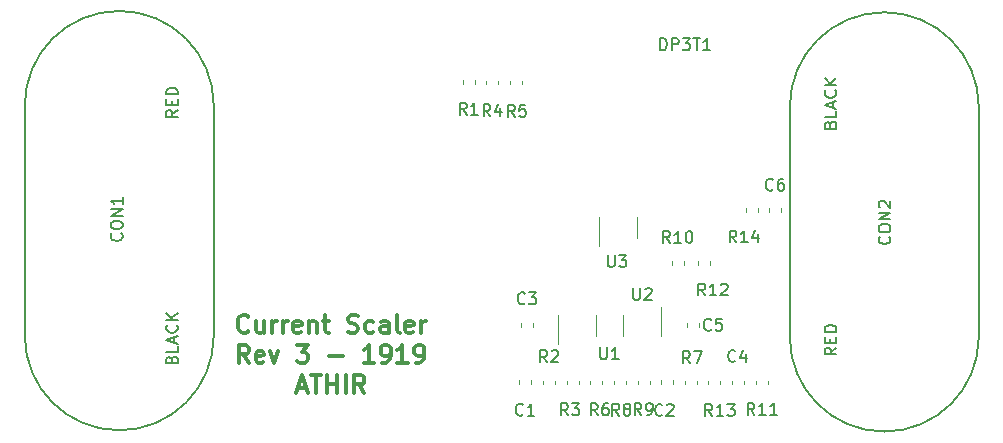
<source format=gto>
G04 #@! TF.GenerationSoftware,KiCad,Pcbnew,(5.1.0)-1*
G04 #@! TF.CreationDate,2019-05-10T18:55:54+02:00*
G04 #@! TF.ProjectId,currentscaler,63757272-656e-4747-9363-616c65722e6b,rev?*
G04 #@! TF.SameCoordinates,Original*
G04 #@! TF.FileFunction,Legend,Top*
G04 #@! TF.FilePolarity,Positive*
%FSLAX46Y46*%
G04 Gerber Fmt 4.6, Leading zero omitted, Abs format (unit mm)*
G04 Created by KiCad (PCBNEW (5.1.0)-1) date 2019-05-10 18:55:54*
%MOMM*%
%LPD*%
G04 APERTURE LIST*
%ADD10C,0.300000*%
%ADD11C,0.150000*%
%ADD12C,0.120000*%
G04 APERTURE END LIST*
D10*
X114400000Y-118485714D02*
X114328571Y-118557142D01*
X114114285Y-118628571D01*
X113971428Y-118628571D01*
X113757142Y-118557142D01*
X113614285Y-118414285D01*
X113542857Y-118271428D01*
X113471428Y-117985714D01*
X113471428Y-117771428D01*
X113542857Y-117485714D01*
X113614285Y-117342857D01*
X113757142Y-117200000D01*
X113971428Y-117128571D01*
X114114285Y-117128571D01*
X114328571Y-117200000D01*
X114400000Y-117271428D01*
X115685714Y-117628571D02*
X115685714Y-118628571D01*
X115042857Y-117628571D02*
X115042857Y-118414285D01*
X115114285Y-118557142D01*
X115257142Y-118628571D01*
X115471428Y-118628571D01*
X115614285Y-118557142D01*
X115685714Y-118485714D01*
X116400000Y-118628571D02*
X116400000Y-117628571D01*
X116400000Y-117914285D02*
X116471428Y-117771428D01*
X116542857Y-117700000D01*
X116685714Y-117628571D01*
X116828571Y-117628571D01*
X117328571Y-118628571D02*
X117328571Y-117628571D01*
X117328571Y-117914285D02*
X117400000Y-117771428D01*
X117471428Y-117700000D01*
X117614285Y-117628571D01*
X117757142Y-117628571D01*
X118828571Y-118557142D02*
X118685714Y-118628571D01*
X118400000Y-118628571D01*
X118257142Y-118557142D01*
X118185714Y-118414285D01*
X118185714Y-117842857D01*
X118257142Y-117700000D01*
X118400000Y-117628571D01*
X118685714Y-117628571D01*
X118828571Y-117700000D01*
X118900000Y-117842857D01*
X118900000Y-117985714D01*
X118185714Y-118128571D01*
X119542857Y-117628571D02*
X119542857Y-118628571D01*
X119542857Y-117771428D02*
X119614285Y-117700000D01*
X119757142Y-117628571D01*
X119971428Y-117628571D01*
X120114285Y-117700000D01*
X120185714Y-117842857D01*
X120185714Y-118628571D01*
X120685714Y-117628571D02*
X121257142Y-117628571D01*
X120900000Y-117128571D02*
X120900000Y-118414285D01*
X120971428Y-118557142D01*
X121114285Y-118628571D01*
X121257142Y-118628571D01*
X122828571Y-118557142D02*
X123042857Y-118628571D01*
X123400000Y-118628571D01*
X123542857Y-118557142D01*
X123614285Y-118485714D01*
X123685714Y-118342857D01*
X123685714Y-118200000D01*
X123614285Y-118057142D01*
X123542857Y-117985714D01*
X123400000Y-117914285D01*
X123114285Y-117842857D01*
X122971428Y-117771428D01*
X122900000Y-117700000D01*
X122828571Y-117557142D01*
X122828571Y-117414285D01*
X122900000Y-117271428D01*
X122971428Y-117200000D01*
X123114285Y-117128571D01*
X123471428Y-117128571D01*
X123685714Y-117200000D01*
X124971428Y-118557142D02*
X124828571Y-118628571D01*
X124542857Y-118628571D01*
X124400000Y-118557142D01*
X124328571Y-118485714D01*
X124257142Y-118342857D01*
X124257142Y-117914285D01*
X124328571Y-117771428D01*
X124400000Y-117700000D01*
X124542857Y-117628571D01*
X124828571Y-117628571D01*
X124971428Y-117700000D01*
X126257142Y-118628571D02*
X126257142Y-117842857D01*
X126185714Y-117700000D01*
X126042857Y-117628571D01*
X125757142Y-117628571D01*
X125614285Y-117700000D01*
X126257142Y-118557142D02*
X126114285Y-118628571D01*
X125757142Y-118628571D01*
X125614285Y-118557142D01*
X125542857Y-118414285D01*
X125542857Y-118271428D01*
X125614285Y-118128571D01*
X125757142Y-118057142D01*
X126114285Y-118057142D01*
X126257142Y-117985714D01*
X127185714Y-118628571D02*
X127042857Y-118557142D01*
X126971428Y-118414285D01*
X126971428Y-117128571D01*
X128328571Y-118557142D02*
X128185714Y-118628571D01*
X127900000Y-118628571D01*
X127757142Y-118557142D01*
X127685714Y-118414285D01*
X127685714Y-117842857D01*
X127757142Y-117700000D01*
X127900000Y-117628571D01*
X128185714Y-117628571D01*
X128328571Y-117700000D01*
X128400000Y-117842857D01*
X128400000Y-117985714D01*
X127685714Y-118128571D01*
X129042857Y-118628571D02*
X129042857Y-117628571D01*
X129042857Y-117914285D02*
X129114285Y-117771428D01*
X129185714Y-117700000D01*
X129328571Y-117628571D01*
X129471428Y-117628571D01*
X114435714Y-121178571D02*
X113935714Y-120464285D01*
X113578571Y-121178571D02*
X113578571Y-119678571D01*
X114150000Y-119678571D01*
X114292857Y-119750000D01*
X114364285Y-119821428D01*
X114435714Y-119964285D01*
X114435714Y-120178571D01*
X114364285Y-120321428D01*
X114292857Y-120392857D01*
X114150000Y-120464285D01*
X113578571Y-120464285D01*
X115650000Y-121107142D02*
X115507142Y-121178571D01*
X115221428Y-121178571D01*
X115078571Y-121107142D01*
X115007142Y-120964285D01*
X115007142Y-120392857D01*
X115078571Y-120250000D01*
X115221428Y-120178571D01*
X115507142Y-120178571D01*
X115650000Y-120250000D01*
X115721428Y-120392857D01*
X115721428Y-120535714D01*
X115007142Y-120678571D01*
X116221428Y-120178571D02*
X116578571Y-121178571D01*
X116935714Y-120178571D01*
X118507142Y-119678571D02*
X119435714Y-119678571D01*
X118935714Y-120250000D01*
X119150000Y-120250000D01*
X119292857Y-120321428D01*
X119364285Y-120392857D01*
X119435714Y-120535714D01*
X119435714Y-120892857D01*
X119364285Y-121035714D01*
X119292857Y-121107142D01*
X119150000Y-121178571D01*
X118721428Y-121178571D01*
X118578571Y-121107142D01*
X118507142Y-121035714D01*
X121221428Y-120607142D02*
X122364285Y-120607142D01*
X125007142Y-121178571D02*
X124150000Y-121178571D01*
X124578571Y-121178571D02*
X124578571Y-119678571D01*
X124435714Y-119892857D01*
X124292857Y-120035714D01*
X124150000Y-120107142D01*
X125721428Y-121178571D02*
X126007142Y-121178571D01*
X126150000Y-121107142D01*
X126221428Y-121035714D01*
X126364285Y-120821428D01*
X126435714Y-120535714D01*
X126435714Y-119964285D01*
X126364285Y-119821428D01*
X126292857Y-119750000D01*
X126150000Y-119678571D01*
X125864285Y-119678571D01*
X125721428Y-119750000D01*
X125650000Y-119821428D01*
X125578571Y-119964285D01*
X125578571Y-120321428D01*
X125650000Y-120464285D01*
X125721428Y-120535714D01*
X125864285Y-120607142D01*
X126150000Y-120607142D01*
X126292857Y-120535714D01*
X126364285Y-120464285D01*
X126435714Y-120321428D01*
X127864285Y-121178571D02*
X127007142Y-121178571D01*
X127435714Y-121178571D02*
X127435714Y-119678571D01*
X127292857Y-119892857D01*
X127150000Y-120035714D01*
X127007142Y-120107142D01*
X128578571Y-121178571D02*
X128864285Y-121178571D01*
X129007142Y-121107142D01*
X129078571Y-121035714D01*
X129221428Y-120821428D01*
X129292857Y-120535714D01*
X129292857Y-119964285D01*
X129221428Y-119821428D01*
X129150000Y-119750000D01*
X129007142Y-119678571D01*
X128721428Y-119678571D01*
X128578571Y-119750000D01*
X128507142Y-119821428D01*
X128435714Y-119964285D01*
X128435714Y-120321428D01*
X128507142Y-120464285D01*
X128578571Y-120535714D01*
X128721428Y-120607142D01*
X129007142Y-120607142D01*
X129150000Y-120535714D01*
X129221428Y-120464285D01*
X129292857Y-120321428D01*
X118578571Y-123300000D02*
X119292857Y-123300000D01*
X118435714Y-123728571D02*
X118935714Y-122228571D01*
X119435714Y-123728571D01*
X119721428Y-122228571D02*
X120578571Y-122228571D01*
X120150000Y-123728571D02*
X120150000Y-122228571D01*
X121078571Y-123728571D02*
X121078571Y-122228571D01*
X121078571Y-122942857D02*
X121935714Y-122942857D01*
X121935714Y-123728571D02*
X121935714Y-122228571D01*
X122650000Y-123728571D02*
X122650000Y-122228571D01*
X124221428Y-123728571D02*
X123721428Y-123014285D01*
X123364285Y-123728571D02*
X123364285Y-122228571D01*
X123935714Y-122228571D01*
X124078571Y-122300000D01*
X124150000Y-122371428D01*
X124221428Y-122514285D01*
X124221428Y-122728571D01*
X124150000Y-122871428D01*
X124078571Y-122942857D01*
X123935714Y-123014285D01*
X123364285Y-123014285D01*
D11*
X160230000Y-99500000D02*
X160230000Y-119000000D01*
X176230000Y-119000000D02*
X176230000Y-99500000D01*
X176230000Y-119000000D02*
G75*
G02X160230000Y-119000000I-8000000J0D01*
G01*
X160230000Y-99500000D02*
G75*
G02X176230000Y-99500000I8000000J0D01*
G01*
X111460000Y-118890000D02*
X111460000Y-99390000D01*
X95460000Y-99390000D02*
X95460000Y-118890000D01*
X95460000Y-99390000D02*
G75*
G02X111460000Y-99390000I8000000J0D01*
G01*
X111460000Y-118890000D02*
G75*
G02X95460000Y-118890000I-8000000J0D01*
G01*
D12*
X149340000Y-123000279D02*
X149340000Y-122674721D01*
X150360000Y-123000279D02*
X150360000Y-122674721D01*
X143860000Y-118900000D02*
X143860000Y-117100000D01*
X140640000Y-117100000D02*
X140640000Y-119550000D01*
X149360000Y-118900000D02*
X149360000Y-116450000D01*
X146140000Y-117100000D02*
X146140000Y-118900000D01*
X147260000Y-110650000D02*
X147260000Y-108850000D01*
X144040000Y-108850000D02*
X144040000Y-111300000D01*
X147340000Y-123012779D02*
X147340000Y-122687221D01*
X148360000Y-123012779D02*
X148360000Y-122687221D01*
X143340000Y-122687221D02*
X143340000Y-123012779D01*
X144360000Y-122687221D02*
X144360000Y-123012779D01*
X151260000Y-112587221D02*
X151260000Y-112912779D01*
X150240000Y-112587221D02*
X150240000Y-112912779D01*
X134540000Y-97287221D02*
X134540000Y-97612779D01*
X135560000Y-97287221D02*
X135560000Y-97612779D01*
X151340000Y-123012779D02*
X151340000Y-122687221D01*
X152360000Y-123012779D02*
X152360000Y-122687221D01*
X146360000Y-123012779D02*
X146360000Y-122687221D01*
X145340000Y-123012779D02*
X145340000Y-122687221D01*
X137560000Y-97287221D02*
X137560000Y-97612779D01*
X136540000Y-97287221D02*
X136540000Y-97612779D01*
X156490000Y-108049721D02*
X156490000Y-108375279D01*
X157510000Y-108049721D02*
X157510000Y-108375279D01*
X153340000Y-123012779D02*
X153340000Y-122687221D01*
X154360000Y-123012779D02*
X154360000Y-122687221D01*
X141340000Y-122687221D02*
X141340000Y-123012779D01*
X142360000Y-122687221D02*
X142360000Y-123012779D01*
X139340000Y-122687221D02*
X139340000Y-123012779D01*
X140360000Y-122687221D02*
X140360000Y-123012779D01*
X133560000Y-97247221D02*
X133560000Y-97572779D01*
X132540000Y-97247221D02*
X132540000Y-97572779D01*
X152490000Y-112912779D02*
X152490000Y-112587221D01*
X153510000Y-112912779D02*
X153510000Y-112587221D01*
X158490000Y-108087221D02*
X158490000Y-108412779D01*
X159510000Y-108087221D02*
X159510000Y-108412779D01*
X158360000Y-123012779D02*
X158360000Y-122687221D01*
X157340000Y-123012779D02*
X157340000Y-122687221D01*
X151490000Y-118162779D02*
X151490000Y-117837221D01*
X152510000Y-118162779D02*
X152510000Y-117837221D01*
X156360000Y-123012779D02*
X156360000Y-122687221D01*
X155340000Y-123012779D02*
X155340000Y-122687221D01*
X138510000Y-117837221D02*
X138510000Y-118162779D01*
X137490000Y-117837221D02*
X137490000Y-118162779D01*
X137340000Y-122674721D02*
X137340000Y-123000279D01*
X138360000Y-122674721D02*
X138360000Y-123000279D01*
D11*
X149254761Y-94702380D02*
X149254761Y-93702380D01*
X149492857Y-93702380D01*
X149635714Y-93750000D01*
X149730952Y-93845238D01*
X149778571Y-93940476D01*
X149826190Y-94130952D01*
X149826190Y-94273809D01*
X149778571Y-94464285D01*
X149730952Y-94559523D01*
X149635714Y-94654761D01*
X149492857Y-94702380D01*
X149254761Y-94702380D01*
X150254761Y-94702380D02*
X150254761Y-93702380D01*
X150635714Y-93702380D01*
X150730952Y-93750000D01*
X150778571Y-93797619D01*
X150826190Y-93892857D01*
X150826190Y-94035714D01*
X150778571Y-94130952D01*
X150730952Y-94178571D01*
X150635714Y-94226190D01*
X150254761Y-94226190D01*
X151159523Y-93702380D02*
X151778571Y-93702380D01*
X151445238Y-94083333D01*
X151588095Y-94083333D01*
X151683333Y-94130952D01*
X151730952Y-94178571D01*
X151778571Y-94273809D01*
X151778571Y-94511904D01*
X151730952Y-94607142D01*
X151683333Y-94654761D01*
X151588095Y-94702380D01*
X151302380Y-94702380D01*
X151207142Y-94654761D01*
X151159523Y-94607142D01*
X152064285Y-93702380D02*
X152635714Y-93702380D01*
X152350000Y-94702380D02*
X152350000Y-93702380D01*
X153492857Y-94702380D02*
X152921428Y-94702380D01*
X153207142Y-94702380D02*
X153207142Y-93702380D01*
X153111904Y-93845238D01*
X153016666Y-93940476D01*
X152921428Y-93988095D01*
X168657142Y-110504285D02*
X168704761Y-110551904D01*
X168752380Y-110694761D01*
X168752380Y-110790000D01*
X168704761Y-110932857D01*
X168609523Y-111028095D01*
X168514285Y-111075714D01*
X168323809Y-111123333D01*
X168180952Y-111123333D01*
X167990476Y-111075714D01*
X167895238Y-111028095D01*
X167800000Y-110932857D01*
X167752380Y-110790000D01*
X167752380Y-110694761D01*
X167800000Y-110551904D01*
X167847619Y-110504285D01*
X167752380Y-109885238D02*
X167752380Y-109694761D01*
X167800000Y-109599523D01*
X167895238Y-109504285D01*
X168085714Y-109456666D01*
X168419047Y-109456666D01*
X168609523Y-109504285D01*
X168704761Y-109599523D01*
X168752380Y-109694761D01*
X168752380Y-109885238D01*
X168704761Y-109980476D01*
X168609523Y-110075714D01*
X168419047Y-110123333D01*
X168085714Y-110123333D01*
X167895238Y-110075714D01*
X167800000Y-109980476D01*
X167752380Y-109885238D01*
X168752380Y-109028095D02*
X167752380Y-109028095D01*
X168752380Y-108456666D01*
X167752380Y-108456666D01*
X167847619Y-108028095D02*
X167800000Y-107980476D01*
X167752380Y-107885238D01*
X167752380Y-107647142D01*
X167800000Y-107551904D01*
X167847619Y-107504285D01*
X167942857Y-107456666D01*
X168038095Y-107456666D01*
X168180952Y-107504285D01*
X168752380Y-108075714D01*
X168752380Y-107456666D01*
X163658571Y-101011904D02*
X163706190Y-100869047D01*
X163753809Y-100821428D01*
X163849047Y-100773809D01*
X163991904Y-100773809D01*
X164087142Y-100821428D01*
X164134761Y-100869047D01*
X164182380Y-100964285D01*
X164182380Y-101345238D01*
X163182380Y-101345238D01*
X163182380Y-101011904D01*
X163230000Y-100916666D01*
X163277619Y-100869047D01*
X163372857Y-100821428D01*
X163468095Y-100821428D01*
X163563333Y-100869047D01*
X163610952Y-100916666D01*
X163658571Y-101011904D01*
X163658571Y-101345238D01*
X164182380Y-99869047D02*
X164182380Y-100345238D01*
X163182380Y-100345238D01*
X163896666Y-99583333D02*
X163896666Y-99107142D01*
X164182380Y-99678571D02*
X163182380Y-99345238D01*
X164182380Y-99011904D01*
X164087142Y-98107142D02*
X164134761Y-98154761D01*
X164182380Y-98297619D01*
X164182380Y-98392857D01*
X164134761Y-98535714D01*
X164039523Y-98630952D01*
X163944285Y-98678571D01*
X163753809Y-98726190D01*
X163610952Y-98726190D01*
X163420476Y-98678571D01*
X163325238Y-98630952D01*
X163230000Y-98535714D01*
X163182380Y-98392857D01*
X163182380Y-98297619D01*
X163230000Y-98154761D01*
X163277619Y-98107142D01*
X164182380Y-97678571D02*
X163182380Y-97678571D01*
X164182380Y-97107142D02*
X163610952Y-97535714D01*
X163182380Y-97107142D02*
X163753809Y-97678571D01*
X164182380Y-119892857D02*
X163706190Y-120226190D01*
X164182380Y-120464285D02*
X163182380Y-120464285D01*
X163182380Y-120083333D01*
X163230000Y-119988095D01*
X163277619Y-119940476D01*
X163372857Y-119892857D01*
X163515714Y-119892857D01*
X163610952Y-119940476D01*
X163658571Y-119988095D01*
X163706190Y-120083333D01*
X163706190Y-120464285D01*
X163658571Y-119464285D02*
X163658571Y-119130952D01*
X164182380Y-118988095D02*
X164182380Y-119464285D01*
X163182380Y-119464285D01*
X163182380Y-118988095D01*
X164182380Y-118559523D02*
X163182380Y-118559523D01*
X163182380Y-118321428D01*
X163230000Y-118178571D01*
X163325238Y-118083333D01*
X163420476Y-118035714D01*
X163610952Y-117988095D01*
X163753809Y-117988095D01*
X163944285Y-118035714D01*
X164039523Y-118083333D01*
X164134761Y-118178571D01*
X164182380Y-118321428D01*
X164182380Y-118559523D01*
X103647142Y-110224285D02*
X103694761Y-110271904D01*
X103742380Y-110414761D01*
X103742380Y-110510000D01*
X103694761Y-110652857D01*
X103599523Y-110748095D01*
X103504285Y-110795714D01*
X103313809Y-110843333D01*
X103170952Y-110843333D01*
X102980476Y-110795714D01*
X102885238Y-110748095D01*
X102790000Y-110652857D01*
X102742380Y-110510000D01*
X102742380Y-110414761D01*
X102790000Y-110271904D01*
X102837619Y-110224285D01*
X102742380Y-109605238D02*
X102742380Y-109414761D01*
X102790000Y-109319523D01*
X102885238Y-109224285D01*
X103075714Y-109176666D01*
X103409047Y-109176666D01*
X103599523Y-109224285D01*
X103694761Y-109319523D01*
X103742380Y-109414761D01*
X103742380Y-109605238D01*
X103694761Y-109700476D01*
X103599523Y-109795714D01*
X103409047Y-109843333D01*
X103075714Y-109843333D01*
X102885238Y-109795714D01*
X102790000Y-109700476D01*
X102742380Y-109605238D01*
X103742380Y-108748095D02*
X102742380Y-108748095D01*
X103742380Y-108176666D01*
X102742380Y-108176666D01*
X103742380Y-107176666D02*
X103742380Y-107748095D01*
X103742380Y-107462380D02*
X102742380Y-107462380D01*
X102885238Y-107557619D01*
X102980476Y-107652857D01*
X103028095Y-107748095D01*
X107888571Y-120901904D02*
X107936190Y-120759047D01*
X107983809Y-120711428D01*
X108079047Y-120663809D01*
X108221904Y-120663809D01*
X108317142Y-120711428D01*
X108364761Y-120759047D01*
X108412380Y-120854285D01*
X108412380Y-121235238D01*
X107412380Y-121235238D01*
X107412380Y-120901904D01*
X107460000Y-120806666D01*
X107507619Y-120759047D01*
X107602857Y-120711428D01*
X107698095Y-120711428D01*
X107793333Y-120759047D01*
X107840952Y-120806666D01*
X107888571Y-120901904D01*
X107888571Y-121235238D01*
X108412380Y-119759047D02*
X108412380Y-120235238D01*
X107412380Y-120235238D01*
X108126666Y-119473333D02*
X108126666Y-118997142D01*
X108412380Y-119568571D02*
X107412380Y-119235238D01*
X108412380Y-118901904D01*
X108317142Y-117997142D02*
X108364761Y-118044761D01*
X108412380Y-118187619D01*
X108412380Y-118282857D01*
X108364761Y-118425714D01*
X108269523Y-118520952D01*
X108174285Y-118568571D01*
X107983809Y-118616190D01*
X107840952Y-118616190D01*
X107650476Y-118568571D01*
X107555238Y-118520952D01*
X107460000Y-118425714D01*
X107412380Y-118282857D01*
X107412380Y-118187619D01*
X107460000Y-118044761D01*
X107507619Y-117997142D01*
X108412380Y-117568571D02*
X107412380Y-117568571D01*
X108412380Y-116997142D02*
X107840952Y-117425714D01*
X107412380Y-116997142D02*
X107983809Y-117568571D01*
X108412380Y-99782857D02*
X107936190Y-100116190D01*
X108412380Y-100354285D02*
X107412380Y-100354285D01*
X107412380Y-99973333D01*
X107460000Y-99878095D01*
X107507619Y-99830476D01*
X107602857Y-99782857D01*
X107745714Y-99782857D01*
X107840952Y-99830476D01*
X107888571Y-99878095D01*
X107936190Y-99973333D01*
X107936190Y-100354285D01*
X107888571Y-99354285D02*
X107888571Y-99020952D01*
X108412380Y-98878095D02*
X108412380Y-99354285D01*
X107412380Y-99354285D01*
X107412380Y-98878095D01*
X108412380Y-98449523D02*
X107412380Y-98449523D01*
X107412380Y-98211428D01*
X107460000Y-98068571D01*
X107555238Y-97973333D01*
X107650476Y-97925714D01*
X107840952Y-97878095D01*
X107983809Y-97878095D01*
X108174285Y-97925714D01*
X108269523Y-97973333D01*
X108364761Y-98068571D01*
X108412380Y-98211428D01*
X108412380Y-98449523D01*
X149433333Y-125577142D02*
X149385714Y-125624761D01*
X149242857Y-125672380D01*
X149147619Y-125672380D01*
X149004761Y-125624761D01*
X148909523Y-125529523D01*
X148861904Y-125434285D01*
X148814285Y-125243809D01*
X148814285Y-125100952D01*
X148861904Y-124910476D01*
X148909523Y-124815238D01*
X149004761Y-124720000D01*
X149147619Y-124672380D01*
X149242857Y-124672380D01*
X149385714Y-124720000D01*
X149433333Y-124767619D01*
X149814285Y-124767619D02*
X149861904Y-124720000D01*
X149957142Y-124672380D01*
X150195238Y-124672380D01*
X150290476Y-124720000D01*
X150338095Y-124767619D01*
X150385714Y-124862857D01*
X150385714Y-124958095D01*
X150338095Y-125100952D01*
X149766666Y-125672380D01*
X150385714Y-125672380D01*
X144158095Y-119872380D02*
X144158095Y-120681904D01*
X144205714Y-120777142D01*
X144253333Y-120824761D01*
X144348571Y-120872380D01*
X144539047Y-120872380D01*
X144634285Y-120824761D01*
X144681904Y-120777142D01*
X144729523Y-120681904D01*
X144729523Y-119872380D01*
X145729523Y-120872380D02*
X145158095Y-120872380D01*
X145443809Y-120872380D02*
X145443809Y-119872380D01*
X145348571Y-120015238D01*
X145253333Y-120110476D01*
X145158095Y-120158095D01*
X146968095Y-114842380D02*
X146968095Y-115651904D01*
X147015714Y-115747142D01*
X147063333Y-115794761D01*
X147158571Y-115842380D01*
X147349047Y-115842380D01*
X147444285Y-115794761D01*
X147491904Y-115747142D01*
X147539523Y-115651904D01*
X147539523Y-114842380D01*
X147968095Y-114937619D02*
X148015714Y-114890000D01*
X148110952Y-114842380D01*
X148349047Y-114842380D01*
X148444285Y-114890000D01*
X148491904Y-114937619D01*
X148539523Y-115032857D01*
X148539523Y-115128095D01*
X148491904Y-115270952D01*
X147920476Y-115842380D01*
X148539523Y-115842380D01*
X144828095Y-112072380D02*
X144828095Y-112881904D01*
X144875714Y-112977142D01*
X144923333Y-113024761D01*
X145018571Y-113072380D01*
X145209047Y-113072380D01*
X145304285Y-113024761D01*
X145351904Y-112977142D01*
X145399523Y-112881904D01*
X145399523Y-112072380D01*
X145780476Y-112072380D02*
X146399523Y-112072380D01*
X146066190Y-112453333D01*
X146209047Y-112453333D01*
X146304285Y-112500952D01*
X146351904Y-112548571D01*
X146399523Y-112643809D01*
X146399523Y-112881904D01*
X146351904Y-112977142D01*
X146304285Y-113024761D01*
X146209047Y-113072380D01*
X145923333Y-113072380D01*
X145828095Y-113024761D01*
X145780476Y-112977142D01*
X147663333Y-125602380D02*
X147330000Y-125126190D01*
X147091904Y-125602380D02*
X147091904Y-124602380D01*
X147472857Y-124602380D01*
X147568095Y-124650000D01*
X147615714Y-124697619D01*
X147663333Y-124792857D01*
X147663333Y-124935714D01*
X147615714Y-125030952D01*
X147568095Y-125078571D01*
X147472857Y-125126190D01*
X147091904Y-125126190D01*
X148139523Y-125602380D02*
X148330000Y-125602380D01*
X148425238Y-125554761D01*
X148472857Y-125507142D01*
X148568095Y-125364285D01*
X148615714Y-125173809D01*
X148615714Y-124792857D01*
X148568095Y-124697619D01*
X148520476Y-124650000D01*
X148425238Y-124602380D01*
X148234761Y-124602380D01*
X148139523Y-124650000D01*
X148091904Y-124697619D01*
X148044285Y-124792857D01*
X148044285Y-125030952D01*
X148091904Y-125126190D01*
X148139523Y-125173809D01*
X148234761Y-125221428D01*
X148425238Y-125221428D01*
X148520476Y-125173809D01*
X148568095Y-125126190D01*
X148615714Y-125030952D01*
X143953333Y-125622380D02*
X143620000Y-125146190D01*
X143381904Y-125622380D02*
X143381904Y-124622380D01*
X143762857Y-124622380D01*
X143858095Y-124670000D01*
X143905714Y-124717619D01*
X143953333Y-124812857D01*
X143953333Y-124955714D01*
X143905714Y-125050952D01*
X143858095Y-125098571D01*
X143762857Y-125146190D01*
X143381904Y-125146190D01*
X144810476Y-124622380D02*
X144620000Y-124622380D01*
X144524761Y-124670000D01*
X144477142Y-124717619D01*
X144381904Y-124860476D01*
X144334285Y-125050952D01*
X144334285Y-125431904D01*
X144381904Y-125527142D01*
X144429523Y-125574761D01*
X144524761Y-125622380D01*
X144715238Y-125622380D01*
X144810476Y-125574761D01*
X144858095Y-125527142D01*
X144905714Y-125431904D01*
X144905714Y-125193809D01*
X144858095Y-125098571D01*
X144810476Y-125050952D01*
X144715238Y-125003333D01*
X144524761Y-125003333D01*
X144429523Y-125050952D01*
X144381904Y-125098571D01*
X144334285Y-125193809D01*
X150087142Y-111032380D02*
X149753809Y-110556190D01*
X149515714Y-111032380D02*
X149515714Y-110032380D01*
X149896666Y-110032380D01*
X149991904Y-110080000D01*
X150039523Y-110127619D01*
X150087142Y-110222857D01*
X150087142Y-110365714D01*
X150039523Y-110460952D01*
X149991904Y-110508571D01*
X149896666Y-110556190D01*
X149515714Y-110556190D01*
X151039523Y-111032380D02*
X150468095Y-111032380D01*
X150753809Y-111032380D02*
X150753809Y-110032380D01*
X150658571Y-110175238D01*
X150563333Y-110270476D01*
X150468095Y-110318095D01*
X151658571Y-110032380D02*
X151753809Y-110032380D01*
X151849047Y-110080000D01*
X151896666Y-110127619D01*
X151944285Y-110222857D01*
X151991904Y-110413333D01*
X151991904Y-110651428D01*
X151944285Y-110841904D01*
X151896666Y-110937142D01*
X151849047Y-110984761D01*
X151753809Y-111032380D01*
X151658571Y-111032380D01*
X151563333Y-110984761D01*
X151515714Y-110937142D01*
X151468095Y-110841904D01*
X151420476Y-110651428D01*
X151420476Y-110413333D01*
X151468095Y-110222857D01*
X151515714Y-110127619D01*
X151563333Y-110080000D01*
X151658571Y-110032380D01*
X134873333Y-100302380D02*
X134540000Y-99826190D01*
X134301904Y-100302380D02*
X134301904Y-99302380D01*
X134682857Y-99302380D01*
X134778095Y-99350000D01*
X134825714Y-99397619D01*
X134873333Y-99492857D01*
X134873333Y-99635714D01*
X134825714Y-99730952D01*
X134778095Y-99778571D01*
X134682857Y-99826190D01*
X134301904Y-99826190D01*
X135730476Y-99635714D02*
X135730476Y-100302380D01*
X135492380Y-99254761D02*
X135254285Y-99969047D01*
X135873333Y-99969047D01*
X151773333Y-121212380D02*
X151440000Y-120736190D01*
X151201904Y-121212380D02*
X151201904Y-120212380D01*
X151582857Y-120212380D01*
X151678095Y-120260000D01*
X151725714Y-120307619D01*
X151773333Y-120402857D01*
X151773333Y-120545714D01*
X151725714Y-120640952D01*
X151678095Y-120688571D01*
X151582857Y-120736190D01*
X151201904Y-120736190D01*
X152106666Y-120212380D02*
X152773333Y-120212380D01*
X152344761Y-121212380D01*
X145783333Y-125642380D02*
X145450000Y-125166190D01*
X145211904Y-125642380D02*
X145211904Y-124642380D01*
X145592857Y-124642380D01*
X145688095Y-124690000D01*
X145735714Y-124737619D01*
X145783333Y-124832857D01*
X145783333Y-124975714D01*
X145735714Y-125070952D01*
X145688095Y-125118571D01*
X145592857Y-125166190D01*
X145211904Y-125166190D01*
X146354761Y-125070952D02*
X146259523Y-125023333D01*
X146211904Y-124975714D01*
X146164285Y-124880476D01*
X146164285Y-124832857D01*
X146211904Y-124737619D01*
X146259523Y-124690000D01*
X146354761Y-124642380D01*
X146545238Y-124642380D01*
X146640476Y-124690000D01*
X146688095Y-124737619D01*
X146735714Y-124832857D01*
X146735714Y-124880476D01*
X146688095Y-124975714D01*
X146640476Y-125023333D01*
X146545238Y-125070952D01*
X146354761Y-125070952D01*
X146259523Y-125118571D01*
X146211904Y-125166190D01*
X146164285Y-125261428D01*
X146164285Y-125451904D01*
X146211904Y-125547142D01*
X146259523Y-125594761D01*
X146354761Y-125642380D01*
X146545238Y-125642380D01*
X146640476Y-125594761D01*
X146688095Y-125547142D01*
X146735714Y-125451904D01*
X146735714Y-125261428D01*
X146688095Y-125166190D01*
X146640476Y-125118571D01*
X146545238Y-125070952D01*
X136933333Y-100342380D02*
X136600000Y-99866190D01*
X136361904Y-100342380D02*
X136361904Y-99342380D01*
X136742857Y-99342380D01*
X136838095Y-99390000D01*
X136885714Y-99437619D01*
X136933333Y-99532857D01*
X136933333Y-99675714D01*
X136885714Y-99770952D01*
X136838095Y-99818571D01*
X136742857Y-99866190D01*
X136361904Y-99866190D01*
X137838095Y-99342380D02*
X137361904Y-99342380D01*
X137314285Y-99818571D01*
X137361904Y-99770952D01*
X137457142Y-99723333D01*
X137695238Y-99723333D01*
X137790476Y-99770952D01*
X137838095Y-99818571D01*
X137885714Y-99913809D01*
X137885714Y-100151904D01*
X137838095Y-100247142D01*
X137790476Y-100294761D01*
X137695238Y-100342380D01*
X137457142Y-100342380D01*
X137361904Y-100294761D01*
X137314285Y-100247142D01*
X155707142Y-110982380D02*
X155373809Y-110506190D01*
X155135714Y-110982380D02*
X155135714Y-109982380D01*
X155516666Y-109982380D01*
X155611904Y-110030000D01*
X155659523Y-110077619D01*
X155707142Y-110172857D01*
X155707142Y-110315714D01*
X155659523Y-110410952D01*
X155611904Y-110458571D01*
X155516666Y-110506190D01*
X155135714Y-110506190D01*
X156659523Y-110982380D02*
X156088095Y-110982380D01*
X156373809Y-110982380D02*
X156373809Y-109982380D01*
X156278571Y-110125238D01*
X156183333Y-110220476D01*
X156088095Y-110268095D01*
X157516666Y-110315714D02*
X157516666Y-110982380D01*
X157278571Y-109934761D02*
X157040476Y-110649047D01*
X157659523Y-110649047D01*
X153657142Y-125672380D02*
X153323809Y-125196190D01*
X153085714Y-125672380D02*
X153085714Y-124672380D01*
X153466666Y-124672380D01*
X153561904Y-124720000D01*
X153609523Y-124767619D01*
X153657142Y-124862857D01*
X153657142Y-125005714D01*
X153609523Y-125100952D01*
X153561904Y-125148571D01*
X153466666Y-125196190D01*
X153085714Y-125196190D01*
X154609523Y-125672380D02*
X154038095Y-125672380D01*
X154323809Y-125672380D02*
X154323809Y-124672380D01*
X154228571Y-124815238D01*
X154133333Y-124910476D01*
X154038095Y-124958095D01*
X154942857Y-124672380D02*
X155561904Y-124672380D01*
X155228571Y-125053333D01*
X155371428Y-125053333D01*
X155466666Y-125100952D01*
X155514285Y-125148571D01*
X155561904Y-125243809D01*
X155561904Y-125481904D01*
X155514285Y-125577142D01*
X155466666Y-125624761D01*
X155371428Y-125672380D01*
X155085714Y-125672380D01*
X154990476Y-125624761D01*
X154942857Y-125577142D01*
X141453333Y-125622380D02*
X141120000Y-125146190D01*
X140881904Y-125622380D02*
X140881904Y-124622380D01*
X141262857Y-124622380D01*
X141358095Y-124670000D01*
X141405714Y-124717619D01*
X141453333Y-124812857D01*
X141453333Y-124955714D01*
X141405714Y-125050952D01*
X141358095Y-125098571D01*
X141262857Y-125146190D01*
X140881904Y-125146190D01*
X141786666Y-124622380D02*
X142405714Y-124622380D01*
X142072380Y-125003333D01*
X142215238Y-125003333D01*
X142310476Y-125050952D01*
X142358095Y-125098571D01*
X142405714Y-125193809D01*
X142405714Y-125431904D01*
X142358095Y-125527142D01*
X142310476Y-125574761D01*
X142215238Y-125622380D01*
X141929523Y-125622380D01*
X141834285Y-125574761D01*
X141786666Y-125527142D01*
X139693333Y-121122380D02*
X139360000Y-120646190D01*
X139121904Y-121122380D02*
X139121904Y-120122380D01*
X139502857Y-120122380D01*
X139598095Y-120170000D01*
X139645714Y-120217619D01*
X139693333Y-120312857D01*
X139693333Y-120455714D01*
X139645714Y-120550952D01*
X139598095Y-120598571D01*
X139502857Y-120646190D01*
X139121904Y-120646190D01*
X140074285Y-120217619D02*
X140121904Y-120170000D01*
X140217142Y-120122380D01*
X140455238Y-120122380D01*
X140550476Y-120170000D01*
X140598095Y-120217619D01*
X140645714Y-120312857D01*
X140645714Y-120408095D01*
X140598095Y-120550952D01*
X140026666Y-121122380D01*
X140645714Y-121122380D01*
X132863333Y-100162380D02*
X132530000Y-99686190D01*
X132291904Y-100162380D02*
X132291904Y-99162380D01*
X132672857Y-99162380D01*
X132768095Y-99210000D01*
X132815714Y-99257619D01*
X132863333Y-99352857D01*
X132863333Y-99495714D01*
X132815714Y-99590952D01*
X132768095Y-99638571D01*
X132672857Y-99686190D01*
X132291904Y-99686190D01*
X133815714Y-100162380D02*
X133244285Y-100162380D01*
X133530000Y-100162380D02*
X133530000Y-99162380D01*
X133434761Y-99305238D01*
X133339523Y-99400476D01*
X133244285Y-99448095D01*
X153067142Y-115472380D02*
X152733809Y-114996190D01*
X152495714Y-115472380D02*
X152495714Y-114472380D01*
X152876666Y-114472380D01*
X152971904Y-114520000D01*
X153019523Y-114567619D01*
X153067142Y-114662857D01*
X153067142Y-114805714D01*
X153019523Y-114900952D01*
X152971904Y-114948571D01*
X152876666Y-114996190D01*
X152495714Y-114996190D01*
X154019523Y-115472380D02*
X153448095Y-115472380D01*
X153733809Y-115472380D02*
X153733809Y-114472380D01*
X153638571Y-114615238D01*
X153543333Y-114710476D01*
X153448095Y-114758095D01*
X154400476Y-114567619D02*
X154448095Y-114520000D01*
X154543333Y-114472380D01*
X154781428Y-114472380D01*
X154876666Y-114520000D01*
X154924285Y-114567619D01*
X154971904Y-114662857D01*
X154971904Y-114758095D01*
X154924285Y-114900952D01*
X154352857Y-115472380D01*
X154971904Y-115472380D01*
X158813333Y-106497142D02*
X158765714Y-106544761D01*
X158622857Y-106592380D01*
X158527619Y-106592380D01*
X158384761Y-106544761D01*
X158289523Y-106449523D01*
X158241904Y-106354285D01*
X158194285Y-106163809D01*
X158194285Y-106020952D01*
X158241904Y-105830476D01*
X158289523Y-105735238D01*
X158384761Y-105640000D01*
X158527619Y-105592380D01*
X158622857Y-105592380D01*
X158765714Y-105640000D01*
X158813333Y-105687619D01*
X159670476Y-105592380D02*
X159480000Y-105592380D01*
X159384761Y-105640000D01*
X159337142Y-105687619D01*
X159241904Y-105830476D01*
X159194285Y-106020952D01*
X159194285Y-106401904D01*
X159241904Y-106497142D01*
X159289523Y-106544761D01*
X159384761Y-106592380D01*
X159575238Y-106592380D01*
X159670476Y-106544761D01*
X159718095Y-106497142D01*
X159765714Y-106401904D01*
X159765714Y-106163809D01*
X159718095Y-106068571D01*
X159670476Y-106020952D01*
X159575238Y-105973333D01*
X159384761Y-105973333D01*
X159289523Y-106020952D01*
X159241904Y-106068571D01*
X159194285Y-106163809D01*
X157237142Y-125582380D02*
X156903809Y-125106190D01*
X156665714Y-125582380D02*
X156665714Y-124582380D01*
X157046666Y-124582380D01*
X157141904Y-124630000D01*
X157189523Y-124677619D01*
X157237142Y-124772857D01*
X157237142Y-124915714D01*
X157189523Y-125010952D01*
X157141904Y-125058571D01*
X157046666Y-125106190D01*
X156665714Y-125106190D01*
X158189523Y-125582380D02*
X157618095Y-125582380D01*
X157903809Y-125582380D02*
X157903809Y-124582380D01*
X157808571Y-124725238D01*
X157713333Y-124820476D01*
X157618095Y-124868095D01*
X159141904Y-125582380D02*
X158570476Y-125582380D01*
X158856190Y-125582380D02*
X158856190Y-124582380D01*
X158760952Y-124725238D01*
X158665714Y-124820476D01*
X158570476Y-124868095D01*
X153573333Y-118357142D02*
X153525714Y-118404761D01*
X153382857Y-118452380D01*
X153287619Y-118452380D01*
X153144761Y-118404761D01*
X153049523Y-118309523D01*
X153001904Y-118214285D01*
X152954285Y-118023809D01*
X152954285Y-117880952D01*
X153001904Y-117690476D01*
X153049523Y-117595238D01*
X153144761Y-117500000D01*
X153287619Y-117452380D01*
X153382857Y-117452380D01*
X153525714Y-117500000D01*
X153573333Y-117547619D01*
X154478095Y-117452380D02*
X154001904Y-117452380D01*
X153954285Y-117928571D01*
X154001904Y-117880952D01*
X154097142Y-117833333D01*
X154335238Y-117833333D01*
X154430476Y-117880952D01*
X154478095Y-117928571D01*
X154525714Y-118023809D01*
X154525714Y-118261904D01*
X154478095Y-118357142D01*
X154430476Y-118404761D01*
X154335238Y-118452380D01*
X154097142Y-118452380D01*
X154001904Y-118404761D01*
X153954285Y-118357142D01*
X155633333Y-121007142D02*
X155585714Y-121054761D01*
X155442857Y-121102380D01*
X155347619Y-121102380D01*
X155204761Y-121054761D01*
X155109523Y-120959523D01*
X155061904Y-120864285D01*
X155014285Y-120673809D01*
X155014285Y-120530952D01*
X155061904Y-120340476D01*
X155109523Y-120245238D01*
X155204761Y-120150000D01*
X155347619Y-120102380D01*
X155442857Y-120102380D01*
X155585714Y-120150000D01*
X155633333Y-120197619D01*
X156490476Y-120435714D02*
X156490476Y-121102380D01*
X156252380Y-120054761D02*
X156014285Y-120769047D01*
X156633333Y-120769047D01*
X137803333Y-116127142D02*
X137755714Y-116174761D01*
X137612857Y-116222380D01*
X137517619Y-116222380D01*
X137374761Y-116174761D01*
X137279523Y-116079523D01*
X137231904Y-115984285D01*
X137184285Y-115793809D01*
X137184285Y-115650952D01*
X137231904Y-115460476D01*
X137279523Y-115365238D01*
X137374761Y-115270000D01*
X137517619Y-115222380D01*
X137612857Y-115222380D01*
X137755714Y-115270000D01*
X137803333Y-115317619D01*
X138136666Y-115222380D02*
X138755714Y-115222380D01*
X138422380Y-115603333D01*
X138565238Y-115603333D01*
X138660476Y-115650952D01*
X138708095Y-115698571D01*
X138755714Y-115793809D01*
X138755714Y-116031904D01*
X138708095Y-116127142D01*
X138660476Y-116174761D01*
X138565238Y-116222380D01*
X138279523Y-116222380D01*
X138184285Y-116174761D01*
X138136666Y-116127142D01*
X137643333Y-125547142D02*
X137595714Y-125594761D01*
X137452857Y-125642380D01*
X137357619Y-125642380D01*
X137214761Y-125594761D01*
X137119523Y-125499523D01*
X137071904Y-125404285D01*
X137024285Y-125213809D01*
X137024285Y-125070952D01*
X137071904Y-124880476D01*
X137119523Y-124785238D01*
X137214761Y-124690000D01*
X137357619Y-124642380D01*
X137452857Y-124642380D01*
X137595714Y-124690000D01*
X137643333Y-124737619D01*
X138595714Y-125642380D02*
X138024285Y-125642380D01*
X138310000Y-125642380D02*
X138310000Y-124642380D01*
X138214761Y-124785238D01*
X138119523Y-124880476D01*
X138024285Y-124928095D01*
M02*

</source>
